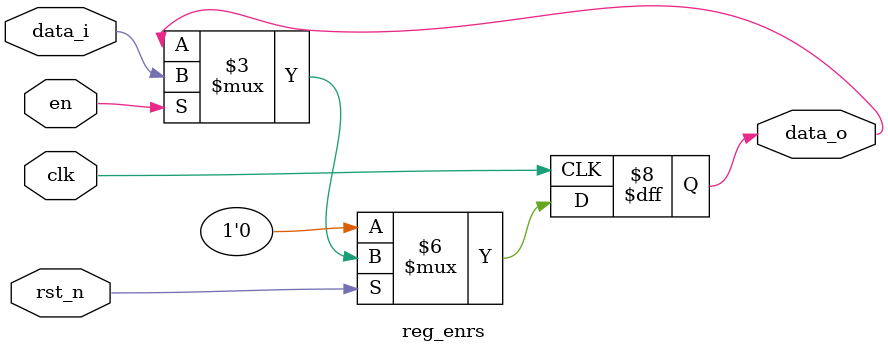
<source format=v>
module reg_enrs #(
    parameter DW = 1, 
    parameter RESET_VAL = 0,
    parameter REG_NAME = "reg_enrs"
) (
    input clk,
    input rst_n,
    input en,
    input [DW-1:0] data_i,
    output reg [DW-1:0] data_o
);
    always @(posedge clk) begin
        if (~rst_n) data_o <= RESET_VAL;
        else if (en) data_o <= data_i;
    end
`ifdef PLATFORM_SIM
    xchecker_reg #(
        .DW             (1),
        .SIGNAL_NAME    ({"en of ", REG_NAME})
    )xchecker_en(
        .clk        (clk),
        .data_i      (en)
    );
`endif
endmodule


</source>
